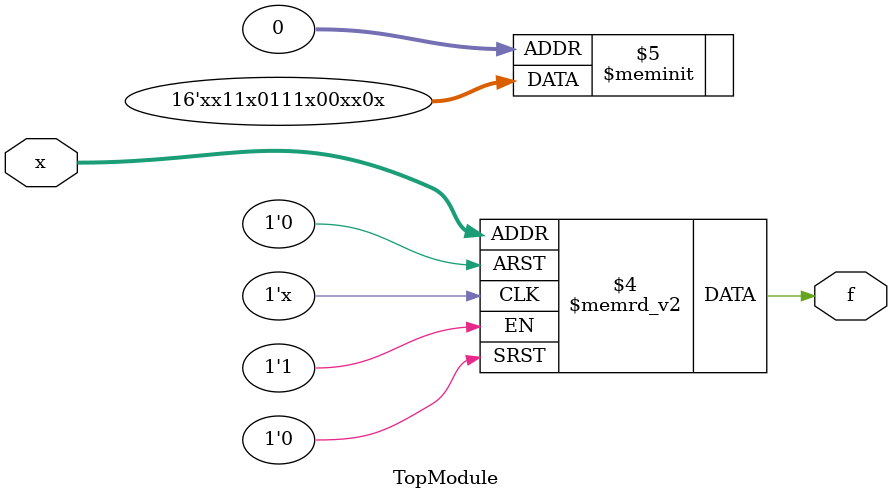
<source format=sv>
module TopModule(
    input [3:0] x,
    output logic f
);
    always @(*) begin
        case (x[3:0])
            4'b0001: f = 0;
            4'b0100: f = 0;
            4'b0101: f = 0;
            4'b0111: f = 1;
            4'b1000: f = 1;
            4'b1001: f = 1;
            4'b1010: f = 0;
            4'b1100: f = 1;
            4'b1101: f = 1;
            default: f = 1'bx; // don't-care conditions
        endcase
    end
endmodule

// VERILOG-EVAL: response did not use [BEGIN]/[DONE] correctly
</source>
